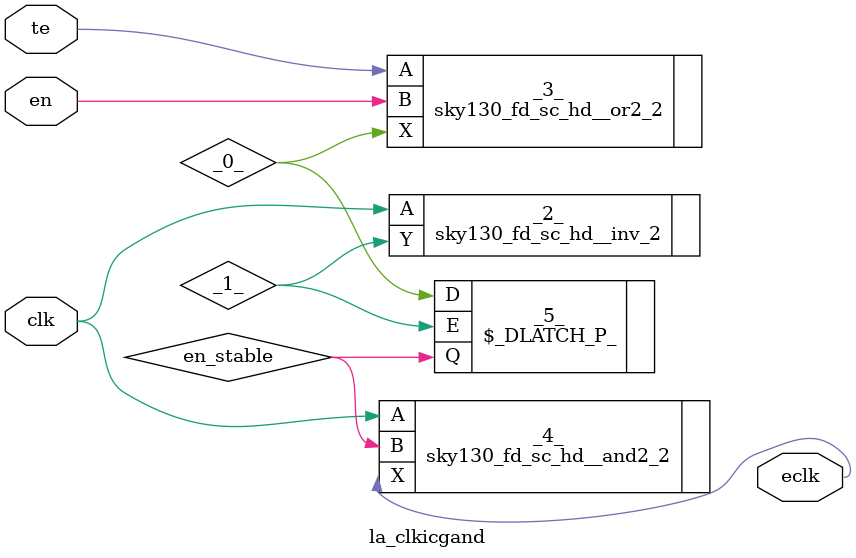
<source format=v>

module la_clkicgand(clk, te, en, eclk);
  wire _0_;
  wire _1_;
  input clk;
  output eclk;
  input en;
  wire en_stable;
  input te;
  sky130_fd_sc_hd__inv_2 _2_ (
    .A(clk),
    .Y(_1_)
  );
  sky130_fd_sc_hd__or2_2 _3_ (
    .A(te),
    .B(en),
    .X(_0_)
  );
  sky130_fd_sc_hd__and2_2 _4_ (
    .A(clk),
    .B(en_stable),
    .X(eclk)
  );
  \$_DLATCH_P_  _5_ (
    .D(_0_),
    .E(_1_),
    .Q(en_stable)
  );
endmodule

</source>
